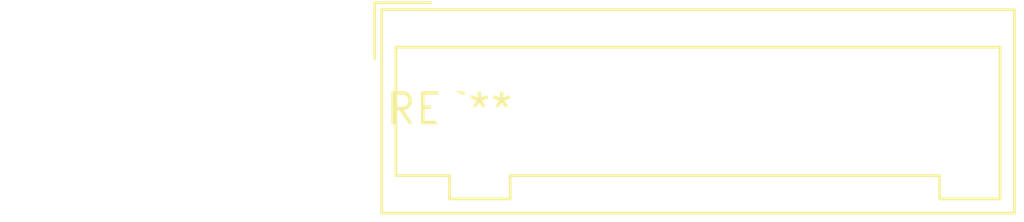
<source format=kicad_pcb>
(kicad_pcb (version 20240108) (generator pcbnew)
  (layers (0 "F.Cu" signal) (31 "B.Cu" signal) (34 "B.Paste" user) (35 "F.Paste" user) (36 "B.SilkS" user "B.Silkscreen") (37 "F.SilkS" user "F.Silkscreen") (38 "B.Mask" user) (39 "F.Mask" user) (44 "Edge.Cuts" user))
  (net 0 "")
  (footprint "Wago_734-137_1x07_P3.50mm_Vertical" (layer "F.Cu") (at 0 0)
    (property "Reference" "REF**")
    (property "Value" "Wago_734-137_1x07_P3.50mm_Vertical")
    (fp_line (start -3.21 -4.56) (end -0.8 -4.56) (layer "F.SilkS") (stroke (width 0.12)))
    (fp_line (start -3.21 -2.15) (end -3.21 -4.56) (layer "F.SilkS") (stroke (width 0.12)))
    (fp_line (start -2.91 -4.26) (end -2.91 4.46) (layer "F.SilkS") (stroke (width 0.12)))
    (fp_line (start -2.91 4.46) (end 24.21 4.46) (layer "F.SilkS") (stroke (width 0.12)))
    (fp_line (start -2.3 -2.65) (end -2.3 2.85) (layer "F.SilkS") (stroke (width 0.12)))
    (fp_line (start -2.3 2.85) (end 0 2.85) (layer "F.SilkS") (stroke (width 0.12)))
    (fp_line (start 0 2.85) (end 0 3.85) (layer "F.SilkS") (stroke (width 0.12)))
    (fp_line (start 0 3.85) (end 2.6 3.85) (layer "F.SilkS") (stroke (width 0.12)))
    (fp_line (start 2.6 2.85) (end 21 2.85) (layer "F.SilkS") (stroke (width 0.12)))
    (fp_line (start 2.6 3.85) (end 2.6 2.85) (layer "F.SilkS") (stroke (width 0.12)))
    (fp_line (start 21 2.85) (end 21 3.85) (layer "F.SilkS") (stroke (width 0.12)))
    (fp_line (start 21 3.85) (end 23.6 3.85) (layer "F.SilkS") (stroke (width 0.12)))
    (fp_line (start 23.6 -2.65) (end -2.3 -2.65) (layer "F.SilkS") (stroke (width 0.12)))
    (fp_line (start 23.6 3.85) (end 23.6 -2.65) (layer "F.SilkS") (stroke (width 0.12)))
    (fp_line (start 24.21 -4.26) (end -2.91 -4.26) (layer "F.SilkS") (stroke (width 0.12)))
    (fp_line (start 24.21 4.46) (end 24.21 -4.26) (layer "F.SilkS") (stroke (width 0.12)))
    (pad "1" thru_hole roundrect (at 0 0) (size 2 2.6) (drill 1.6) (layers *.Cu *.Mask) (remove_unused_layers) (roundrect_rratio 0.125))
    (pad "2" thru_hole oval (at 3.5 0) (size 2 2.6) (drill 1.6) (layers *.Cu *.Mask) (remove_unused_layers))
    (pad "3" thru_hole oval (at 7 0) (size 2 2.6) (drill 1.6) (layers *.Cu *.Mask) (remove_unused_layers))
    (pad "4" thru_hole oval (at 10.5 0) (size 2 2.6) (drill 1.6) (layers *.Cu *.Mask) (remove_unused_layers))
    (pad "5" thru_hole oval (at 14 0) (size 2 2.6) (drill 1.6) (layers *.Cu *.Mask) (remove_unused_layers))
    (pad "6" thru_hole oval (at 17.5 0) (size 2 2.6) (drill 1.6) (layers *.Cu *.Mask) (remove_unused_layers))
    (pad "7" thru_hole oval (at 21 0) (size 2 2.6) (drill 1.6) (layers *.Cu *.Mask) (remove_unused_layers))
  )
)
</source>
